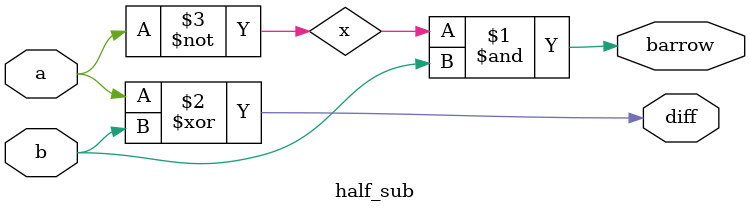
<source format=v>
`timescale 1ns / 1ps


module half_sub(a,b,barrow,diff);
input a,b;
output barrow,diff;
wire x;

 not(x, a);
 and(barrow, x,b);
 xor(diff, a,b);
 
 endmodule



   

</source>
